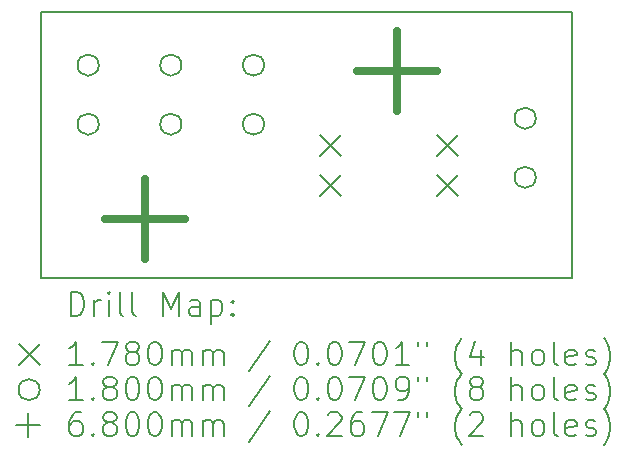
<source format=gbr>
%TF.GenerationSoftware,KiCad,Pcbnew,8.0.5*%
%TF.CreationDate,2024-12-04T12:46:02-05:00*%
%TF.ProjectId,RailsidePDB,5261696c-7369-4646-9550-44422e6b6963,rev?*%
%TF.SameCoordinates,Original*%
%TF.FileFunction,Drillmap*%
%TF.FilePolarity,Positive*%
%FSLAX45Y45*%
G04 Gerber Fmt 4.5, Leading zero omitted, Abs format (unit mm)*
G04 Created by KiCad (PCBNEW 8.0.5) date 2024-12-04 12:46:02*
%MOMM*%
%LPD*%
G01*
G04 APERTURE LIST*
%ADD10C,0.200000*%
%ADD11C,0.178000*%
%ADD12C,0.180000*%
%ADD13C,0.680000*%
G04 APERTURE END LIST*
D10*
X6750000Y-6200000D02*
X11250000Y-6200000D01*
X11250000Y-8450000D01*
X6750000Y-8450000D01*
X6750000Y-6200000D01*
D11*
X9115000Y-7241000D02*
X9293000Y-7419000D01*
X9293000Y-7241000D02*
X9115000Y-7419000D01*
X9115000Y-7581000D02*
X9293000Y-7759000D01*
X9293000Y-7581000D02*
X9115000Y-7759000D01*
X10107000Y-7241000D02*
X10285000Y-7419000D01*
X10285000Y-7241000D02*
X10107000Y-7419000D01*
X10107000Y-7581000D02*
X10285000Y-7759000D01*
X10285000Y-7581000D02*
X10107000Y-7759000D01*
D12*
X7240000Y-6650000D02*
G75*
G02*
X7060000Y-6650000I-90000J0D01*
G01*
X7060000Y-6650000D02*
G75*
G02*
X7240000Y-6650000I90000J0D01*
G01*
X7240000Y-7150000D02*
G75*
G02*
X7060000Y-7150000I-90000J0D01*
G01*
X7060000Y-7150000D02*
G75*
G02*
X7240000Y-7150000I90000J0D01*
G01*
X7940000Y-6650000D02*
G75*
G02*
X7760000Y-6650000I-90000J0D01*
G01*
X7760000Y-6650000D02*
G75*
G02*
X7940000Y-6650000I90000J0D01*
G01*
X7940000Y-7150000D02*
G75*
G02*
X7760000Y-7150000I-90000J0D01*
G01*
X7760000Y-7150000D02*
G75*
G02*
X7940000Y-7150000I90000J0D01*
G01*
X8640000Y-6650000D02*
G75*
G02*
X8460000Y-6650000I-90000J0D01*
G01*
X8460000Y-6650000D02*
G75*
G02*
X8640000Y-6650000I90000J0D01*
G01*
X8640000Y-7150000D02*
G75*
G02*
X8460000Y-7150000I-90000J0D01*
G01*
X8460000Y-7150000D02*
G75*
G02*
X8640000Y-7150000I90000J0D01*
G01*
X10940000Y-7100000D02*
G75*
G02*
X10760000Y-7100000I-90000J0D01*
G01*
X10760000Y-7100000D02*
G75*
G02*
X10940000Y-7100000I90000J0D01*
G01*
X10940000Y-7600000D02*
G75*
G02*
X10760000Y-7600000I-90000J0D01*
G01*
X10760000Y-7600000D02*
G75*
G02*
X10940000Y-7600000I90000J0D01*
G01*
D13*
X7634000Y-7610000D02*
X7634000Y-8290000D01*
X7294000Y-7950000D02*
X7974000Y-7950000D01*
X9764000Y-6360000D02*
X9764000Y-7040000D01*
X9424000Y-6700000D02*
X10104000Y-6700000D01*
D10*
X7000777Y-8771484D02*
X7000777Y-8571484D01*
X7000777Y-8571484D02*
X7048396Y-8571484D01*
X7048396Y-8571484D02*
X7076967Y-8581008D01*
X7076967Y-8581008D02*
X7096015Y-8600055D01*
X7096015Y-8600055D02*
X7105539Y-8619103D01*
X7105539Y-8619103D02*
X7115062Y-8657198D01*
X7115062Y-8657198D02*
X7115062Y-8685770D01*
X7115062Y-8685770D02*
X7105539Y-8723865D01*
X7105539Y-8723865D02*
X7096015Y-8742912D01*
X7096015Y-8742912D02*
X7076967Y-8761960D01*
X7076967Y-8761960D02*
X7048396Y-8771484D01*
X7048396Y-8771484D02*
X7000777Y-8771484D01*
X7200777Y-8771484D02*
X7200777Y-8638150D01*
X7200777Y-8676246D02*
X7210301Y-8657198D01*
X7210301Y-8657198D02*
X7219824Y-8647674D01*
X7219824Y-8647674D02*
X7238872Y-8638150D01*
X7238872Y-8638150D02*
X7257920Y-8638150D01*
X7324586Y-8771484D02*
X7324586Y-8638150D01*
X7324586Y-8571484D02*
X7315062Y-8581008D01*
X7315062Y-8581008D02*
X7324586Y-8590531D01*
X7324586Y-8590531D02*
X7334110Y-8581008D01*
X7334110Y-8581008D02*
X7324586Y-8571484D01*
X7324586Y-8571484D02*
X7324586Y-8590531D01*
X7448396Y-8771484D02*
X7429348Y-8761960D01*
X7429348Y-8761960D02*
X7419824Y-8742912D01*
X7419824Y-8742912D02*
X7419824Y-8571484D01*
X7553158Y-8771484D02*
X7534110Y-8761960D01*
X7534110Y-8761960D02*
X7524586Y-8742912D01*
X7524586Y-8742912D02*
X7524586Y-8571484D01*
X7781729Y-8771484D02*
X7781729Y-8571484D01*
X7781729Y-8571484D02*
X7848396Y-8714341D01*
X7848396Y-8714341D02*
X7915062Y-8571484D01*
X7915062Y-8571484D02*
X7915062Y-8771484D01*
X8096015Y-8771484D02*
X8096015Y-8666722D01*
X8096015Y-8666722D02*
X8086491Y-8647674D01*
X8086491Y-8647674D02*
X8067443Y-8638150D01*
X8067443Y-8638150D02*
X8029348Y-8638150D01*
X8029348Y-8638150D02*
X8010301Y-8647674D01*
X8096015Y-8761960D02*
X8076967Y-8771484D01*
X8076967Y-8771484D02*
X8029348Y-8771484D01*
X8029348Y-8771484D02*
X8010301Y-8761960D01*
X8010301Y-8761960D02*
X8000777Y-8742912D01*
X8000777Y-8742912D02*
X8000777Y-8723865D01*
X8000777Y-8723865D02*
X8010301Y-8704817D01*
X8010301Y-8704817D02*
X8029348Y-8695293D01*
X8029348Y-8695293D02*
X8076967Y-8695293D01*
X8076967Y-8695293D02*
X8096015Y-8685770D01*
X8191253Y-8638150D02*
X8191253Y-8838150D01*
X8191253Y-8647674D02*
X8210301Y-8638150D01*
X8210301Y-8638150D02*
X8248396Y-8638150D01*
X8248396Y-8638150D02*
X8267443Y-8647674D01*
X8267443Y-8647674D02*
X8276967Y-8657198D01*
X8276967Y-8657198D02*
X8286491Y-8676246D01*
X8286491Y-8676246D02*
X8286491Y-8733389D01*
X8286491Y-8733389D02*
X8276967Y-8752436D01*
X8276967Y-8752436D02*
X8267443Y-8761960D01*
X8267443Y-8761960D02*
X8248396Y-8771484D01*
X8248396Y-8771484D02*
X8210301Y-8771484D01*
X8210301Y-8771484D02*
X8191253Y-8761960D01*
X8372205Y-8752436D02*
X8381729Y-8761960D01*
X8381729Y-8761960D02*
X8372205Y-8771484D01*
X8372205Y-8771484D02*
X8362682Y-8761960D01*
X8362682Y-8761960D02*
X8372205Y-8752436D01*
X8372205Y-8752436D02*
X8372205Y-8771484D01*
X8372205Y-8647674D02*
X8381729Y-8657198D01*
X8381729Y-8657198D02*
X8372205Y-8666722D01*
X8372205Y-8666722D02*
X8362682Y-8657198D01*
X8362682Y-8657198D02*
X8372205Y-8647674D01*
X8372205Y-8647674D02*
X8372205Y-8666722D01*
D11*
X6562000Y-9011000D02*
X6740000Y-9189000D01*
X6740000Y-9011000D02*
X6562000Y-9189000D01*
D10*
X7105539Y-9191484D02*
X6991253Y-9191484D01*
X7048396Y-9191484D02*
X7048396Y-8991484D01*
X7048396Y-8991484D02*
X7029348Y-9020055D01*
X7029348Y-9020055D02*
X7010301Y-9039103D01*
X7010301Y-9039103D02*
X6991253Y-9048627D01*
X7191253Y-9172436D02*
X7200777Y-9181960D01*
X7200777Y-9181960D02*
X7191253Y-9191484D01*
X7191253Y-9191484D02*
X7181729Y-9181960D01*
X7181729Y-9181960D02*
X7191253Y-9172436D01*
X7191253Y-9172436D02*
X7191253Y-9191484D01*
X7267443Y-8991484D02*
X7400777Y-8991484D01*
X7400777Y-8991484D02*
X7315062Y-9191484D01*
X7505539Y-9077198D02*
X7486491Y-9067674D01*
X7486491Y-9067674D02*
X7476967Y-9058150D01*
X7476967Y-9058150D02*
X7467443Y-9039103D01*
X7467443Y-9039103D02*
X7467443Y-9029579D01*
X7467443Y-9029579D02*
X7476967Y-9010531D01*
X7476967Y-9010531D02*
X7486491Y-9001008D01*
X7486491Y-9001008D02*
X7505539Y-8991484D01*
X7505539Y-8991484D02*
X7543634Y-8991484D01*
X7543634Y-8991484D02*
X7562682Y-9001008D01*
X7562682Y-9001008D02*
X7572205Y-9010531D01*
X7572205Y-9010531D02*
X7581729Y-9029579D01*
X7581729Y-9029579D02*
X7581729Y-9039103D01*
X7581729Y-9039103D02*
X7572205Y-9058150D01*
X7572205Y-9058150D02*
X7562682Y-9067674D01*
X7562682Y-9067674D02*
X7543634Y-9077198D01*
X7543634Y-9077198D02*
X7505539Y-9077198D01*
X7505539Y-9077198D02*
X7486491Y-9086722D01*
X7486491Y-9086722D02*
X7476967Y-9096246D01*
X7476967Y-9096246D02*
X7467443Y-9115293D01*
X7467443Y-9115293D02*
X7467443Y-9153389D01*
X7467443Y-9153389D02*
X7476967Y-9172436D01*
X7476967Y-9172436D02*
X7486491Y-9181960D01*
X7486491Y-9181960D02*
X7505539Y-9191484D01*
X7505539Y-9191484D02*
X7543634Y-9191484D01*
X7543634Y-9191484D02*
X7562682Y-9181960D01*
X7562682Y-9181960D02*
X7572205Y-9172436D01*
X7572205Y-9172436D02*
X7581729Y-9153389D01*
X7581729Y-9153389D02*
X7581729Y-9115293D01*
X7581729Y-9115293D02*
X7572205Y-9096246D01*
X7572205Y-9096246D02*
X7562682Y-9086722D01*
X7562682Y-9086722D02*
X7543634Y-9077198D01*
X7705539Y-8991484D02*
X7724586Y-8991484D01*
X7724586Y-8991484D02*
X7743634Y-9001008D01*
X7743634Y-9001008D02*
X7753158Y-9010531D01*
X7753158Y-9010531D02*
X7762682Y-9029579D01*
X7762682Y-9029579D02*
X7772205Y-9067674D01*
X7772205Y-9067674D02*
X7772205Y-9115293D01*
X7772205Y-9115293D02*
X7762682Y-9153389D01*
X7762682Y-9153389D02*
X7753158Y-9172436D01*
X7753158Y-9172436D02*
X7743634Y-9181960D01*
X7743634Y-9181960D02*
X7724586Y-9191484D01*
X7724586Y-9191484D02*
X7705539Y-9191484D01*
X7705539Y-9191484D02*
X7686491Y-9181960D01*
X7686491Y-9181960D02*
X7676967Y-9172436D01*
X7676967Y-9172436D02*
X7667443Y-9153389D01*
X7667443Y-9153389D02*
X7657920Y-9115293D01*
X7657920Y-9115293D02*
X7657920Y-9067674D01*
X7657920Y-9067674D02*
X7667443Y-9029579D01*
X7667443Y-9029579D02*
X7676967Y-9010531D01*
X7676967Y-9010531D02*
X7686491Y-9001008D01*
X7686491Y-9001008D02*
X7705539Y-8991484D01*
X7857920Y-9191484D02*
X7857920Y-9058150D01*
X7857920Y-9077198D02*
X7867443Y-9067674D01*
X7867443Y-9067674D02*
X7886491Y-9058150D01*
X7886491Y-9058150D02*
X7915063Y-9058150D01*
X7915063Y-9058150D02*
X7934110Y-9067674D01*
X7934110Y-9067674D02*
X7943634Y-9086722D01*
X7943634Y-9086722D02*
X7943634Y-9191484D01*
X7943634Y-9086722D02*
X7953158Y-9067674D01*
X7953158Y-9067674D02*
X7972205Y-9058150D01*
X7972205Y-9058150D02*
X8000777Y-9058150D01*
X8000777Y-9058150D02*
X8019824Y-9067674D01*
X8019824Y-9067674D02*
X8029348Y-9086722D01*
X8029348Y-9086722D02*
X8029348Y-9191484D01*
X8124586Y-9191484D02*
X8124586Y-9058150D01*
X8124586Y-9077198D02*
X8134110Y-9067674D01*
X8134110Y-9067674D02*
X8153158Y-9058150D01*
X8153158Y-9058150D02*
X8181729Y-9058150D01*
X8181729Y-9058150D02*
X8200777Y-9067674D01*
X8200777Y-9067674D02*
X8210301Y-9086722D01*
X8210301Y-9086722D02*
X8210301Y-9191484D01*
X8210301Y-9086722D02*
X8219824Y-9067674D01*
X8219824Y-9067674D02*
X8238872Y-9058150D01*
X8238872Y-9058150D02*
X8267443Y-9058150D01*
X8267443Y-9058150D02*
X8286491Y-9067674D01*
X8286491Y-9067674D02*
X8296015Y-9086722D01*
X8296015Y-9086722D02*
X8296015Y-9191484D01*
X8686491Y-8981960D02*
X8515063Y-9239103D01*
X8943634Y-8991484D02*
X8962682Y-8991484D01*
X8962682Y-8991484D02*
X8981729Y-9001008D01*
X8981729Y-9001008D02*
X8991253Y-9010531D01*
X8991253Y-9010531D02*
X9000777Y-9029579D01*
X9000777Y-9029579D02*
X9010301Y-9067674D01*
X9010301Y-9067674D02*
X9010301Y-9115293D01*
X9010301Y-9115293D02*
X9000777Y-9153389D01*
X9000777Y-9153389D02*
X8991253Y-9172436D01*
X8991253Y-9172436D02*
X8981729Y-9181960D01*
X8981729Y-9181960D02*
X8962682Y-9191484D01*
X8962682Y-9191484D02*
X8943634Y-9191484D01*
X8943634Y-9191484D02*
X8924587Y-9181960D01*
X8924587Y-9181960D02*
X8915063Y-9172436D01*
X8915063Y-9172436D02*
X8905539Y-9153389D01*
X8905539Y-9153389D02*
X8896015Y-9115293D01*
X8896015Y-9115293D02*
X8896015Y-9067674D01*
X8896015Y-9067674D02*
X8905539Y-9029579D01*
X8905539Y-9029579D02*
X8915063Y-9010531D01*
X8915063Y-9010531D02*
X8924587Y-9001008D01*
X8924587Y-9001008D02*
X8943634Y-8991484D01*
X9096015Y-9172436D02*
X9105539Y-9181960D01*
X9105539Y-9181960D02*
X9096015Y-9191484D01*
X9096015Y-9191484D02*
X9086491Y-9181960D01*
X9086491Y-9181960D02*
X9096015Y-9172436D01*
X9096015Y-9172436D02*
X9096015Y-9191484D01*
X9229348Y-8991484D02*
X9248396Y-8991484D01*
X9248396Y-8991484D02*
X9267444Y-9001008D01*
X9267444Y-9001008D02*
X9276968Y-9010531D01*
X9276968Y-9010531D02*
X9286491Y-9029579D01*
X9286491Y-9029579D02*
X9296015Y-9067674D01*
X9296015Y-9067674D02*
X9296015Y-9115293D01*
X9296015Y-9115293D02*
X9286491Y-9153389D01*
X9286491Y-9153389D02*
X9276968Y-9172436D01*
X9276968Y-9172436D02*
X9267444Y-9181960D01*
X9267444Y-9181960D02*
X9248396Y-9191484D01*
X9248396Y-9191484D02*
X9229348Y-9191484D01*
X9229348Y-9191484D02*
X9210301Y-9181960D01*
X9210301Y-9181960D02*
X9200777Y-9172436D01*
X9200777Y-9172436D02*
X9191253Y-9153389D01*
X9191253Y-9153389D02*
X9181729Y-9115293D01*
X9181729Y-9115293D02*
X9181729Y-9067674D01*
X9181729Y-9067674D02*
X9191253Y-9029579D01*
X9191253Y-9029579D02*
X9200777Y-9010531D01*
X9200777Y-9010531D02*
X9210301Y-9001008D01*
X9210301Y-9001008D02*
X9229348Y-8991484D01*
X9362682Y-8991484D02*
X9496015Y-8991484D01*
X9496015Y-8991484D02*
X9410301Y-9191484D01*
X9610301Y-8991484D02*
X9629349Y-8991484D01*
X9629349Y-8991484D02*
X9648396Y-9001008D01*
X9648396Y-9001008D02*
X9657920Y-9010531D01*
X9657920Y-9010531D02*
X9667444Y-9029579D01*
X9667444Y-9029579D02*
X9676968Y-9067674D01*
X9676968Y-9067674D02*
X9676968Y-9115293D01*
X9676968Y-9115293D02*
X9667444Y-9153389D01*
X9667444Y-9153389D02*
X9657920Y-9172436D01*
X9657920Y-9172436D02*
X9648396Y-9181960D01*
X9648396Y-9181960D02*
X9629349Y-9191484D01*
X9629349Y-9191484D02*
X9610301Y-9191484D01*
X9610301Y-9191484D02*
X9591253Y-9181960D01*
X9591253Y-9181960D02*
X9581729Y-9172436D01*
X9581729Y-9172436D02*
X9572206Y-9153389D01*
X9572206Y-9153389D02*
X9562682Y-9115293D01*
X9562682Y-9115293D02*
X9562682Y-9067674D01*
X9562682Y-9067674D02*
X9572206Y-9029579D01*
X9572206Y-9029579D02*
X9581729Y-9010531D01*
X9581729Y-9010531D02*
X9591253Y-9001008D01*
X9591253Y-9001008D02*
X9610301Y-8991484D01*
X9867444Y-9191484D02*
X9753158Y-9191484D01*
X9810301Y-9191484D02*
X9810301Y-8991484D01*
X9810301Y-8991484D02*
X9791253Y-9020055D01*
X9791253Y-9020055D02*
X9772206Y-9039103D01*
X9772206Y-9039103D02*
X9753158Y-9048627D01*
X9943634Y-8991484D02*
X9943634Y-9029579D01*
X10019825Y-8991484D02*
X10019825Y-9029579D01*
X10315063Y-9267674D02*
X10305539Y-9258150D01*
X10305539Y-9258150D02*
X10286491Y-9229579D01*
X10286491Y-9229579D02*
X10276968Y-9210531D01*
X10276968Y-9210531D02*
X10267444Y-9181960D01*
X10267444Y-9181960D02*
X10257920Y-9134341D01*
X10257920Y-9134341D02*
X10257920Y-9096246D01*
X10257920Y-9096246D02*
X10267444Y-9048627D01*
X10267444Y-9048627D02*
X10276968Y-9020055D01*
X10276968Y-9020055D02*
X10286491Y-9001008D01*
X10286491Y-9001008D02*
X10305539Y-8972436D01*
X10305539Y-8972436D02*
X10315063Y-8962912D01*
X10476968Y-9058150D02*
X10476968Y-9191484D01*
X10429349Y-8981960D02*
X10381730Y-9124817D01*
X10381730Y-9124817D02*
X10505539Y-9124817D01*
X10734111Y-9191484D02*
X10734111Y-8991484D01*
X10819825Y-9191484D02*
X10819825Y-9086722D01*
X10819825Y-9086722D02*
X10810301Y-9067674D01*
X10810301Y-9067674D02*
X10791253Y-9058150D01*
X10791253Y-9058150D02*
X10762682Y-9058150D01*
X10762682Y-9058150D02*
X10743634Y-9067674D01*
X10743634Y-9067674D02*
X10734111Y-9077198D01*
X10943634Y-9191484D02*
X10924587Y-9181960D01*
X10924587Y-9181960D02*
X10915063Y-9172436D01*
X10915063Y-9172436D02*
X10905539Y-9153389D01*
X10905539Y-9153389D02*
X10905539Y-9096246D01*
X10905539Y-9096246D02*
X10915063Y-9077198D01*
X10915063Y-9077198D02*
X10924587Y-9067674D01*
X10924587Y-9067674D02*
X10943634Y-9058150D01*
X10943634Y-9058150D02*
X10972206Y-9058150D01*
X10972206Y-9058150D02*
X10991253Y-9067674D01*
X10991253Y-9067674D02*
X11000777Y-9077198D01*
X11000777Y-9077198D02*
X11010301Y-9096246D01*
X11010301Y-9096246D02*
X11010301Y-9153389D01*
X11010301Y-9153389D02*
X11000777Y-9172436D01*
X11000777Y-9172436D02*
X10991253Y-9181960D01*
X10991253Y-9181960D02*
X10972206Y-9191484D01*
X10972206Y-9191484D02*
X10943634Y-9191484D01*
X11124587Y-9191484D02*
X11105539Y-9181960D01*
X11105539Y-9181960D02*
X11096015Y-9162912D01*
X11096015Y-9162912D02*
X11096015Y-8991484D01*
X11276968Y-9181960D02*
X11257920Y-9191484D01*
X11257920Y-9191484D02*
X11219825Y-9191484D01*
X11219825Y-9191484D02*
X11200777Y-9181960D01*
X11200777Y-9181960D02*
X11191253Y-9162912D01*
X11191253Y-9162912D02*
X11191253Y-9086722D01*
X11191253Y-9086722D02*
X11200777Y-9067674D01*
X11200777Y-9067674D02*
X11219825Y-9058150D01*
X11219825Y-9058150D02*
X11257920Y-9058150D01*
X11257920Y-9058150D02*
X11276968Y-9067674D01*
X11276968Y-9067674D02*
X11286491Y-9086722D01*
X11286491Y-9086722D02*
X11286491Y-9105770D01*
X11286491Y-9105770D02*
X11191253Y-9124817D01*
X11362682Y-9181960D02*
X11381730Y-9191484D01*
X11381730Y-9191484D02*
X11419825Y-9191484D01*
X11419825Y-9191484D02*
X11438872Y-9181960D01*
X11438872Y-9181960D02*
X11448396Y-9162912D01*
X11448396Y-9162912D02*
X11448396Y-9153389D01*
X11448396Y-9153389D02*
X11438872Y-9134341D01*
X11438872Y-9134341D02*
X11419825Y-9124817D01*
X11419825Y-9124817D02*
X11391253Y-9124817D01*
X11391253Y-9124817D02*
X11372206Y-9115293D01*
X11372206Y-9115293D02*
X11362682Y-9096246D01*
X11362682Y-9096246D02*
X11362682Y-9086722D01*
X11362682Y-9086722D02*
X11372206Y-9067674D01*
X11372206Y-9067674D02*
X11391253Y-9058150D01*
X11391253Y-9058150D02*
X11419825Y-9058150D01*
X11419825Y-9058150D02*
X11438872Y-9067674D01*
X11515063Y-9267674D02*
X11524587Y-9258150D01*
X11524587Y-9258150D02*
X11543634Y-9229579D01*
X11543634Y-9229579D02*
X11553158Y-9210531D01*
X11553158Y-9210531D02*
X11562682Y-9181960D01*
X11562682Y-9181960D02*
X11572206Y-9134341D01*
X11572206Y-9134341D02*
X11572206Y-9096246D01*
X11572206Y-9096246D02*
X11562682Y-9048627D01*
X11562682Y-9048627D02*
X11553158Y-9020055D01*
X11553158Y-9020055D02*
X11543634Y-9001008D01*
X11543634Y-9001008D02*
X11524587Y-8972436D01*
X11524587Y-8972436D02*
X11515063Y-8962912D01*
D12*
X6740000Y-9398000D02*
G75*
G02*
X6560000Y-9398000I-90000J0D01*
G01*
X6560000Y-9398000D02*
G75*
G02*
X6740000Y-9398000I90000J0D01*
G01*
D10*
X7105539Y-9489484D02*
X6991253Y-9489484D01*
X7048396Y-9489484D02*
X7048396Y-9289484D01*
X7048396Y-9289484D02*
X7029348Y-9318055D01*
X7029348Y-9318055D02*
X7010301Y-9337103D01*
X7010301Y-9337103D02*
X6991253Y-9346627D01*
X7191253Y-9470436D02*
X7200777Y-9479960D01*
X7200777Y-9479960D02*
X7191253Y-9489484D01*
X7191253Y-9489484D02*
X7181729Y-9479960D01*
X7181729Y-9479960D02*
X7191253Y-9470436D01*
X7191253Y-9470436D02*
X7191253Y-9489484D01*
X7315062Y-9375198D02*
X7296015Y-9365674D01*
X7296015Y-9365674D02*
X7286491Y-9356150D01*
X7286491Y-9356150D02*
X7276967Y-9337103D01*
X7276967Y-9337103D02*
X7276967Y-9327579D01*
X7276967Y-9327579D02*
X7286491Y-9308531D01*
X7286491Y-9308531D02*
X7296015Y-9299008D01*
X7296015Y-9299008D02*
X7315062Y-9289484D01*
X7315062Y-9289484D02*
X7353158Y-9289484D01*
X7353158Y-9289484D02*
X7372205Y-9299008D01*
X7372205Y-9299008D02*
X7381729Y-9308531D01*
X7381729Y-9308531D02*
X7391253Y-9327579D01*
X7391253Y-9327579D02*
X7391253Y-9337103D01*
X7391253Y-9337103D02*
X7381729Y-9356150D01*
X7381729Y-9356150D02*
X7372205Y-9365674D01*
X7372205Y-9365674D02*
X7353158Y-9375198D01*
X7353158Y-9375198D02*
X7315062Y-9375198D01*
X7315062Y-9375198D02*
X7296015Y-9384722D01*
X7296015Y-9384722D02*
X7286491Y-9394246D01*
X7286491Y-9394246D02*
X7276967Y-9413293D01*
X7276967Y-9413293D02*
X7276967Y-9451389D01*
X7276967Y-9451389D02*
X7286491Y-9470436D01*
X7286491Y-9470436D02*
X7296015Y-9479960D01*
X7296015Y-9479960D02*
X7315062Y-9489484D01*
X7315062Y-9489484D02*
X7353158Y-9489484D01*
X7353158Y-9489484D02*
X7372205Y-9479960D01*
X7372205Y-9479960D02*
X7381729Y-9470436D01*
X7381729Y-9470436D02*
X7391253Y-9451389D01*
X7391253Y-9451389D02*
X7391253Y-9413293D01*
X7391253Y-9413293D02*
X7381729Y-9394246D01*
X7381729Y-9394246D02*
X7372205Y-9384722D01*
X7372205Y-9384722D02*
X7353158Y-9375198D01*
X7515062Y-9289484D02*
X7534110Y-9289484D01*
X7534110Y-9289484D02*
X7553158Y-9299008D01*
X7553158Y-9299008D02*
X7562682Y-9308531D01*
X7562682Y-9308531D02*
X7572205Y-9327579D01*
X7572205Y-9327579D02*
X7581729Y-9365674D01*
X7581729Y-9365674D02*
X7581729Y-9413293D01*
X7581729Y-9413293D02*
X7572205Y-9451389D01*
X7572205Y-9451389D02*
X7562682Y-9470436D01*
X7562682Y-9470436D02*
X7553158Y-9479960D01*
X7553158Y-9479960D02*
X7534110Y-9489484D01*
X7534110Y-9489484D02*
X7515062Y-9489484D01*
X7515062Y-9489484D02*
X7496015Y-9479960D01*
X7496015Y-9479960D02*
X7486491Y-9470436D01*
X7486491Y-9470436D02*
X7476967Y-9451389D01*
X7476967Y-9451389D02*
X7467443Y-9413293D01*
X7467443Y-9413293D02*
X7467443Y-9365674D01*
X7467443Y-9365674D02*
X7476967Y-9327579D01*
X7476967Y-9327579D02*
X7486491Y-9308531D01*
X7486491Y-9308531D02*
X7496015Y-9299008D01*
X7496015Y-9299008D02*
X7515062Y-9289484D01*
X7705539Y-9289484D02*
X7724586Y-9289484D01*
X7724586Y-9289484D02*
X7743634Y-9299008D01*
X7743634Y-9299008D02*
X7753158Y-9308531D01*
X7753158Y-9308531D02*
X7762682Y-9327579D01*
X7762682Y-9327579D02*
X7772205Y-9365674D01*
X7772205Y-9365674D02*
X7772205Y-9413293D01*
X7772205Y-9413293D02*
X7762682Y-9451389D01*
X7762682Y-9451389D02*
X7753158Y-9470436D01*
X7753158Y-9470436D02*
X7743634Y-9479960D01*
X7743634Y-9479960D02*
X7724586Y-9489484D01*
X7724586Y-9489484D02*
X7705539Y-9489484D01*
X7705539Y-9489484D02*
X7686491Y-9479960D01*
X7686491Y-9479960D02*
X7676967Y-9470436D01*
X7676967Y-9470436D02*
X7667443Y-9451389D01*
X7667443Y-9451389D02*
X7657920Y-9413293D01*
X7657920Y-9413293D02*
X7657920Y-9365674D01*
X7657920Y-9365674D02*
X7667443Y-9327579D01*
X7667443Y-9327579D02*
X7676967Y-9308531D01*
X7676967Y-9308531D02*
X7686491Y-9299008D01*
X7686491Y-9299008D02*
X7705539Y-9289484D01*
X7857920Y-9489484D02*
X7857920Y-9356150D01*
X7857920Y-9375198D02*
X7867443Y-9365674D01*
X7867443Y-9365674D02*
X7886491Y-9356150D01*
X7886491Y-9356150D02*
X7915063Y-9356150D01*
X7915063Y-9356150D02*
X7934110Y-9365674D01*
X7934110Y-9365674D02*
X7943634Y-9384722D01*
X7943634Y-9384722D02*
X7943634Y-9489484D01*
X7943634Y-9384722D02*
X7953158Y-9365674D01*
X7953158Y-9365674D02*
X7972205Y-9356150D01*
X7972205Y-9356150D02*
X8000777Y-9356150D01*
X8000777Y-9356150D02*
X8019824Y-9365674D01*
X8019824Y-9365674D02*
X8029348Y-9384722D01*
X8029348Y-9384722D02*
X8029348Y-9489484D01*
X8124586Y-9489484D02*
X8124586Y-9356150D01*
X8124586Y-9375198D02*
X8134110Y-9365674D01*
X8134110Y-9365674D02*
X8153158Y-9356150D01*
X8153158Y-9356150D02*
X8181729Y-9356150D01*
X8181729Y-9356150D02*
X8200777Y-9365674D01*
X8200777Y-9365674D02*
X8210301Y-9384722D01*
X8210301Y-9384722D02*
X8210301Y-9489484D01*
X8210301Y-9384722D02*
X8219824Y-9365674D01*
X8219824Y-9365674D02*
X8238872Y-9356150D01*
X8238872Y-9356150D02*
X8267443Y-9356150D01*
X8267443Y-9356150D02*
X8286491Y-9365674D01*
X8286491Y-9365674D02*
X8296015Y-9384722D01*
X8296015Y-9384722D02*
X8296015Y-9489484D01*
X8686491Y-9279960D02*
X8515063Y-9537103D01*
X8943634Y-9289484D02*
X8962682Y-9289484D01*
X8962682Y-9289484D02*
X8981729Y-9299008D01*
X8981729Y-9299008D02*
X8991253Y-9308531D01*
X8991253Y-9308531D02*
X9000777Y-9327579D01*
X9000777Y-9327579D02*
X9010301Y-9365674D01*
X9010301Y-9365674D02*
X9010301Y-9413293D01*
X9010301Y-9413293D02*
X9000777Y-9451389D01*
X9000777Y-9451389D02*
X8991253Y-9470436D01*
X8991253Y-9470436D02*
X8981729Y-9479960D01*
X8981729Y-9479960D02*
X8962682Y-9489484D01*
X8962682Y-9489484D02*
X8943634Y-9489484D01*
X8943634Y-9489484D02*
X8924587Y-9479960D01*
X8924587Y-9479960D02*
X8915063Y-9470436D01*
X8915063Y-9470436D02*
X8905539Y-9451389D01*
X8905539Y-9451389D02*
X8896015Y-9413293D01*
X8896015Y-9413293D02*
X8896015Y-9365674D01*
X8896015Y-9365674D02*
X8905539Y-9327579D01*
X8905539Y-9327579D02*
X8915063Y-9308531D01*
X8915063Y-9308531D02*
X8924587Y-9299008D01*
X8924587Y-9299008D02*
X8943634Y-9289484D01*
X9096015Y-9470436D02*
X9105539Y-9479960D01*
X9105539Y-9479960D02*
X9096015Y-9489484D01*
X9096015Y-9489484D02*
X9086491Y-9479960D01*
X9086491Y-9479960D02*
X9096015Y-9470436D01*
X9096015Y-9470436D02*
X9096015Y-9489484D01*
X9229348Y-9289484D02*
X9248396Y-9289484D01*
X9248396Y-9289484D02*
X9267444Y-9299008D01*
X9267444Y-9299008D02*
X9276968Y-9308531D01*
X9276968Y-9308531D02*
X9286491Y-9327579D01*
X9286491Y-9327579D02*
X9296015Y-9365674D01*
X9296015Y-9365674D02*
X9296015Y-9413293D01*
X9296015Y-9413293D02*
X9286491Y-9451389D01*
X9286491Y-9451389D02*
X9276968Y-9470436D01*
X9276968Y-9470436D02*
X9267444Y-9479960D01*
X9267444Y-9479960D02*
X9248396Y-9489484D01*
X9248396Y-9489484D02*
X9229348Y-9489484D01*
X9229348Y-9489484D02*
X9210301Y-9479960D01*
X9210301Y-9479960D02*
X9200777Y-9470436D01*
X9200777Y-9470436D02*
X9191253Y-9451389D01*
X9191253Y-9451389D02*
X9181729Y-9413293D01*
X9181729Y-9413293D02*
X9181729Y-9365674D01*
X9181729Y-9365674D02*
X9191253Y-9327579D01*
X9191253Y-9327579D02*
X9200777Y-9308531D01*
X9200777Y-9308531D02*
X9210301Y-9299008D01*
X9210301Y-9299008D02*
X9229348Y-9289484D01*
X9362682Y-9289484D02*
X9496015Y-9289484D01*
X9496015Y-9289484D02*
X9410301Y-9489484D01*
X9610301Y-9289484D02*
X9629349Y-9289484D01*
X9629349Y-9289484D02*
X9648396Y-9299008D01*
X9648396Y-9299008D02*
X9657920Y-9308531D01*
X9657920Y-9308531D02*
X9667444Y-9327579D01*
X9667444Y-9327579D02*
X9676968Y-9365674D01*
X9676968Y-9365674D02*
X9676968Y-9413293D01*
X9676968Y-9413293D02*
X9667444Y-9451389D01*
X9667444Y-9451389D02*
X9657920Y-9470436D01*
X9657920Y-9470436D02*
X9648396Y-9479960D01*
X9648396Y-9479960D02*
X9629349Y-9489484D01*
X9629349Y-9489484D02*
X9610301Y-9489484D01*
X9610301Y-9489484D02*
X9591253Y-9479960D01*
X9591253Y-9479960D02*
X9581729Y-9470436D01*
X9581729Y-9470436D02*
X9572206Y-9451389D01*
X9572206Y-9451389D02*
X9562682Y-9413293D01*
X9562682Y-9413293D02*
X9562682Y-9365674D01*
X9562682Y-9365674D02*
X9572206Y-9327579D01*
X9572206Y-9327579D02*
X9581729Y-9308531D01*
X9581729Y-9308531D02*
X9591253Y-9299008D01*
X9591253Y-9299008D02*
X9610301Y-9289484D01*
X9772206Y-9489484D02*
X9810301Y-9489484D01*
X9810301Y-9489484D02*
X9829349Y-9479960D01*
X9829349Y-9479960D02*
X9838872Y-9470436D01*
X9838872Y-9470436D02*
X9857920Y-9441865D01*
X9857920Y-9441865D02*
X9867444Y-9403770D01*
X9867444Y-9403770D02*
X9867444Y-9327579D01*
X9867444Y-9327579D02*
X9857920Y-9308531D01*
X9857920Y-9308531D02*
X9848396Y-9299008D01*
X9848396Y-9299008D02*
X9829349Y-9289484D01*
X9829349Y-9289484D02*
X9791253Y-9289484D01*
X9791253Y-9289484D02*
X9772206Y-9299008D01*
X9772206Y-9299008D02*
X9762682Y-9308531D01*
X9762682Y-9308531D02*
X9753158Y-9327579D01*
X9753158Y-9327579D02*
X9753158Y-9375198D01*
X9753158Y-9375198D02*
X9762682Y-9394246D01*
X9762682Y-9394246D02*
X9772206Y-9403770D01*
X9772206Y-9403770D02*
X9791253Y-9413293D01*
X9791253Y-9413293D02*
X9829349Y-9413293D01*
X9829349Y-9413293D02*
X9848396Y-9403770D01*
X9848396Y-9403770D02*
X9857920Y-9394246D01*
X9857920Y-9394246D02*
X9867444Y-9375198D01*
X9943634Y-9289484D02*
X9943634Y-9327579D01*
X10019825Y-9289484D02*
X10019825Y-9327579D01*
X10315063Y-9565674D02*
X10305539Y-9556150D01*
X10305539Y-9556150D02*
X10286491Y-9527579D01*
X10286491Y-9527579D02*
X10276968Y-9508531D01*
X10276968Y-9508531D02*
X10267444Y-9479960D01*
X10267444Y-9479960D02*
X10257920Y-9432341D01*
X10257920Y-9432341D02*
X10257920Y-9394246D01*
X10257920Y-9394246D02*
X10267444Y-9346627D01*
X10267444Y-9346627D02*
X10276968Y-9318055D01*
X10276968Y-9318055D02*
X10286491Y-9299008D01*
X10286491Y-9299008D02*
X10305539Y-9270436D01*
X10305539Y-9270436D02*
X10315063Y-9260912D01*
X10419825Y-9375198D02*
X10400777Y-9365674D01*
X10400777Y-9365674D02*
X10391253Y-9356150D01*
X10391253Y-9356150D02*
X10381730Y-9337103D01*
X10381730Y-9337103D02*
X10381730Y-9327579D01*
X10381730Y-9327579D02*
X10391253Y-9308531D01*
X10391253Y-9308531D02*
X10400777Y-9299008D01*
X10400777Y-9299008D02*
X10419825Y-9289484D01*
X10419825Y-9289484D02*
X10457920Y-9289484D01*
X10457920Y-9289484D02*
X10476968Y-9299008D01*
X10476968Y-9299008D02*
X10486491Y-9308531D01*
X10486491Y-9308531D02*
X10496015Y-9327579D01*
X10496015Y-9327579D02*
X10496015Y-9337103D01*
X10496015Y-9337103D02*
X10486491Y-9356150D01*
X10486491Y-9356150D02*
X10476968Y-9365674D01*
X10476968Y-9365674D02*
X10457920Y-9375198D01*
X10457920Y-9375198D02*
X10419825Y-9375198D01*
X10419825Y-9375198D02*
X10400777Y-9384722D01*
X10400777Y-9384722D02*
X10391253Y-9394246D01*
X10391253Y-9394246D02*
X10381730Y-9413293D01*
X10381730Y-9413293D02*
X10381730Y-9451389D01*
X10381730Y-9451389D02*
X10391253Y-9470436D01*
X10391253Y-9470436D02*
X10400777Y-9479960D01*
X10400777Y-9479960D02*
X10419825Y-9489484D01*
X10419825Y-9489484D02*
X10457920Y-9489484D01*
X10457920Y-9489484D02*
X10476968Y-9479960D01*
X10476968Y-9479960D02*
X10486491Y-9470436D01*
X10486491Y-9470436D02*
X10496015Y-9451389D01*
X10496015Y-9451389D02*
X10496015Y-9413293D01*
X10496015Y-9413293D02*
X10486491Y-9394246D01*
X10486491Y-9394246D02*
X10476968Y-9384722D01*
X10476968Y-9384722D02*
X10457920Y-9375198D01*
X10734111Y-9489484D02*
X10734111Y-9289484D01*
X10819825Y-9489484D02*
X10819825Y-9384722D01*
X10819825Y-9384722D02*
X10810301Y-9365674D01*
X10810301Y-9365674D02*
X10791253Y-9356150D01*
X10791253Y-9356150D02*
X10762682Y-9356150D01*
X10762682Y-9356150D02*
X10743634Y-9365674D01*
X10743634Y-9365674D02*
X10734111Y-9375198D01*
X10943634Y-9489484D02*
X10924587Y-9479960D01*
X10924587Y-9479960D02*
X10915063Y-9470436D01*
X10915063Y-9470436D02*
X10905539Y-9451389D01*
X10905539Y-9451389D02*
X10905539Y-9394246D01*
X10905539Y-9394246D02*
X10915063Y-9375198D01*
X10915063Y-9375198D02*
X10924587Y-9365674D01*
X10924587Y-9365674D02*
X10943634Y-9356150D01*
X10943634Y-9356150D02*
X10972206Y-9356150D01*
X10972206Y-9356150D02*
X10991253Y-9365674D01*
X10991253Y-9365674D02*
X11000777Y-9375198D01*
X11000777Y-9375198D02*
X11010301Y-9394246D01*
X11010301Y-9394246D02*
X11010301Y-9451389D01*
X11010301Y-9451389D02*
X11000777Y-9470436D01*
X11000777Y-9470436D02*
X10991253Y-9479960D01*
X10991253Y-9479960D02*
X10972206Y-9489484D01*
X10972206Y-9489484D02*
X10943634Y-9489484D01*
X11124587Y-9489484D02*
X11105539Y-9479960D01*
X11105539Y-9479960D02*
X11096015Y-9460912D01*
X11096015Y-9460912D02*
X11096015Y-9289484D01*
X11276968Y-9479960D02*
X11257920Y-9489484D01*
X11257920Y-9489484D02*
X11219825Y-9489484D01*
X11219825Y-9489484D02*
X11200777Y-9479960D01*
X11200777Y-9479960D02*
X11191253Y-9460912D01*
X11191253Y-9460912D02*
X11191253Y-9384722D01*
X11191253Y-9384722D02*
X11200777Y-9365674D01*
X11200777Y-9365674D02*
X11219825Y-9356150D01*
X11219825Y-9356150D02*
X11257920Y-9356150D01*
X11257920Y-9356150D02*
X11276968Y-9365674D01*
X11276968Y-9365674D02*
X11286491Y-9384722D01*
X11286491Y-9384722D02*
X11286491Y-9403770D01*
X11286491Y-9403770D02*
X11191253Y-9422817D01*
X11362682Y-9479960D02*
X11381730Y-9489484D01*
X11381730Y-9489484D02*
X11419825Y-9489484D01*
X11419825Y-9489484D02*
X11438872Y-9479960D01*
X11438872Y-9479960D02*
X11448396Y-9460912D01*
X11448396Y-9460912D02*
X11448396Y-9451389D01*
X11448396Y-9451389D02*
X11438872Y-9432341D01*
X11438872Y-9432341D02*
X11419825Y-9422817D01*
X11419825Y-9422817D02*
X11391253Y-9422817D01*
X11391253Y-9422817D02*
X11372206Y-9413293D01*
X11372206Y-9413293D02*
X11362682Y-9394246D01*
X11362682Y-9394246D02*
X11362682Y-9384722D01*
X11362682Y-9384722D02*
X11372206Y-9365674D01*
X11372206Y-9365674D02*
X11391253Y-9356150D01*
X11391253Y-9356150D02*
X11419825Y-9356150D01*
X11419825Y-9356150D02*
X11438872Y-9365674D01*
X11515063Y-9565674D02*
X11524587Y-9556150D01*
X11524587Y-9556150D02*
X11543634Y-9527579D01*
X11543634Y-9527579D02*
X11553158Y-9508531D01*
X11553158Y-9508531D02*
X11562682Y-9479960D01*
X11562682Y-9479960D02*
X11572206Y-9432341D01*
X11572206Y-9432341D02*
X11572206Y-9394246D01*
X11572206Y-9394246D02*
X11562682Y-9346627D01*
X11562682Y-9346627D02*
X11553158Y-9318055D01*
X11553158Y-9318055D02*
X11543634Y-9299008D01*
X11543634Y-9299008D02*
X11524587Y-9270436D01*
X11524587Y-9270436D02*
X11515063Y-9260912D01*
X6640000Y-9598000D02*
X6640000Y-9798000D01*
X6540000Y-9698000D02*
X6740000Y-9698000D01*
X7086491Y-9589484D02*
X7048396Y-9589484D01*
X7048396Y-9589484D02*
X7029348Y-9599008D01*
X7029348Y-9599008D02*
X7019824Y-9608531D01*
X7019824Y-9608531D02*
X7000777Y-9637103D01*
X7000777Y-9637103D02*
X6991253Y-9675198D01*
X6991253Y-9675198D02*
X6991253Y-9751389D01*
X6991253Y-9751389D02*
X7000777Y-9770436D01*
X7000777Y-9770436D02*
X7010301Y-9779960D01*
X7010301Y-9779960D02*
X7029348Y-9789484D01*
X7029348Y-9789484D02*
X7067443Y-9789484D01*
X7067443Y-9789484D02*
X7086491Y-9779960D01*
X7086491Y-9779960D02*
X7096015Y-9770436D01*
X7096015Y-9770436D02*
X7105539Y-9751389D01*
X7105539Y-9751389D02*
X7105539Y-9703770D01*
X7105539Y-9703770D02*
X7096015Y-9684722D01*
X7096015Y-9684722D02*
X7086491Y-9675198D01*
X7086491Y-9675198D02*
X7067443Y-9665674D01*
X7067443Y-9665674D02*
X7029348Y-9665674D01*
X7029348Y-9665674D02*
X7010301Y-9675198D01*
X7010301Y-9675198D02*
X7000777Y-9684722D01*
X7000777Y-9684722D02*
X6991253Y-9703770D01*
X7191253Y-9770436D02*
X7200777Y-9779960D01*
X7200777Y-9779960D02*
X7191253Y-9789484D01*
X7191253Y-9789484D02*
X7181729Y-9779960D01*
X7181729Y-9779960D02*
X7191253Y-9770436D01*
X7191253Y-9770436D02*
X7191253Y-9789484D01*
X7315062Y-9675198D02*
X7296015Y-9665674D01*
X7296015Y-9665674D02*
X7286491Y-9656150D01*
X7286491Y-9656150D02*
X7276967Y-9637103D01*
X7276967Y-9637103D02*
X7276967Y-9627579D01*
X7276967Y-9627579D02*
X7286491Y-9608531D01*
X7286491Y-9608531D02*
X7296015Y-9599008D01*
X7296015Y-9599008D02*
X7315062Y-9589484D01*
X7315062Y-9589484D02*
X7353158Y-9589484D01*
X7353158Y-9589484D02*
X7372205Y-9599008D01*
X7372205Y-9599008D02*
X7381729Y-9608531D01*
X7381729Y-9608531D02*
X7391253Y-9627579D01*
X7391253Y-9627579D02*
X7391253Y-9637103D01*
X7391253Y-9637103D02*
X7381729Y-9656150D01*
X7381729Y-9656150D02*
X7372205Y-9665674D01*
X7372205Y-9665674D02*
X7353158Y-9675198D01*
X7353158Y-9675198D02*
X7315062Y-9675198D01*
X7315062Y-9675198D02*
X7296015Y-9684722D01*
X7296015Y-9684722D02*
X7286491Y-9694246D01*
X7286491Y-9694246D02*
X7276967Y-9713293D01*
X7276967Y-9713293D02*
X7276967Y-9751389D01*
X7276967Y-9751389D02*
X7286491Y-9770436D01*
X7286491Y-9770436D02*
X7296015Y-9779960D01*
X7296015Y-9779960D02*
X7315062Y-9789484D01*
X7315062Y-9789484D02*
X7353158Y-9789484D01*
X7353158Y-9789484D02*
X7372205Y-9779960D01*
X7372205Y-9779960D02*
X7381729Y-9770436D01*
X7381729Y-9770436D02*
X7391253Y-9751389D01*
X7391253Y-9751389D02*
X7391253Y-9713293D01*
X7391253Y-9713293D02*
X7381729Y-9694246D01*
X7381729Y-9694246D02*
X7372205Y-9684722D01*
X7372205Y-9684722D02*
X7353158Y-9675198D01*
X7515062Y-9589484D02*
X7534110Y-9589484D01*
X7534110Y-9589484D02*
X7553158Y-9599008D01*
X7553158Y-9599008D02*
X7562682Y-9608531D01*
X7562682Y-9608531D02*
X7572205Y-9627579D01*
X7572205Y-9627579D02*
X7581729Y-9665674D01*
X7581729Y-9665674D02*
X7581729Y-9713293D01*
X7581729Y-9713293D02*
X7572205Y-9751389D01*
X7572205Y-9751389D02*
X7562682Y-9770436D01*
X7562682Y-9770436D02*
X7553158Y-9779960D01*
X7553158Y-9779960D02*
X7534110Y-9789484D01*
X7534110Y-9789484D02*
X7515062Y-9789484D01*
X7515062Y-9789484D02*
X7496015Y-9779960D01*
X7496015Y-9779960D02*
X7486491Y-9770436D01*
X7486491Y-9770436D02*
X7476967Y-9751389D01*
X7476967Y-9751389D02*
X7467443Y-9713293D01*
X7467443Y-9713293D02*
X7467443Y-9665674D01*
X7467443Y-9665674D02*
X7476967Y-9627579D01*
X7476967Y-9627579D02*
X7486491Y-9608531D01*
X7486491Y-9608531D02*
X7496015Y-9599008D01*
X7496015Y-9599008D02*
X7515062Y-9589484D01*
X7705539Y-9589484D02*
X7724586Y-9589484D01*
X7724586Y-9589484D02*
X7743634Y-9599008D01*
X7743634Y-9599008D02*
X7753158Y-9608531D01*
X7753158Y-9608531D02*
X7762682Y-9627579D01*
X7762682Y-9627579D02*
X7772205Y-9665674D01*
X7772205Y-9665674D02*
X7772205Y-9713293D01*
X7772205Y-9713293D02*
X7762682Y-9751389D01*
X7762682Y-9751389D02*
X7753158Y-9770436D01*
X7753158Y-9770436D02*
X7743634Y-9779960D01*
X7743634Y-9779960D02*
X7724586Y-9789484D01*
X7724586Y-9789484D02*
X7705539Y-9789484D01*
X7705539Y-9789484D02*
X7686491Y-9779960D01*
X7686491Y-9779960D02*
X7676967Y-9770436D01*
X7676967Y-9770436D02*
X7667443Y-9751389D01*
X7667443Y-9751389D02*
X7657920Y-9713293D01*
X7657920Y-9713293D02*
X7657920Y-9665674D01*
X7657920Y-9665674D02*
X7667443Y-9627579D01*
X7667443Y-9627579D02*
X7676967Y-9608531D01*
X7676967Y-9608531D02*
X7686491Y-9599008D01*
X7686491Y-9599008D02*
X7705539Y-9589484D01*
X7857920Y-9789484D02*
X7857920Y-9656150D01*
X7857920Y-9675198D02*
X7867443Y-9665674D01*
X7867443Y-9665674D02*
X7886491Y-9656150D01*
X7886491Y-9656150D02*
X7915063Y-9656150D01*
X7915063Y-9656150D02*
X7934110Y-9665674D01*
X7934110Y-9665674D02*
X7943634Y-9684722D01*
X7943634Y-9684722D02*
X7943634Y-9789484D01*
X7943634Y-9684722D02*
X7953158Y-9665674D01*
X7953158Y-9665674D02*
X7972205Y-9656150D01*
X7972205Y-9656150D02*
X8000777Y-9656150D01*
X8000777Y-9656150D02*
X8019824Y-9665674D01*
X8019824Y-9665674D02*
X8029348Y-9684722D01*
X8029348Y-9684722D02*
X8029348Y-9789484D01*
X8124586Y-9789484D02*
X8124586Y-9656150D01*
X8124586Y-9675198D02*
X8134110Y-9665674D01*
X8134110Y-9665674D02*
X8153158Y-9656150D01*
X8153158Y-9656150D02*
X8181729Y-9656150D01*
X8181729Y-9656150D02*
X8200777Y-9665674D01*
X8200777Y-9665674D02*
X8210301Y-9684722D01*
X8210301Y-9684722D02*
X8210301Y-9789484D01*
X8210301Y-9684722D02*
X8219824Y-9665674D01*
X8219824Y-9665674D02*
X8238872Y-9656150D01*
X8238872Y-9656150D02*
X8267443Y-9656150D01*
X8267443Y-9656150D02*
X8286491Y-9665674D01*
X8286491Y-9665674D02*
X8296015Y-9684722D01*
X8296015Y-9684722D02*
X8296015Y-9789484D01*
X8686491Y-9579960D02*
X8515063Y-9837103D01*
X8943634Y-9589484D02*
X8962682Y-9589484D01*
X8962682Y-9589484D02*
X8981729Y-9599008D01*
X8981729Y-9599008D02*
X8991253Y-9608531D01*
X8991253Y-9608531D02*
X9000777Y-9627579D01*
X9000777Y-9627579D02*
X9010301Y-9665674D01*
X9010301Y-9665674D02*
X9010301Y-9713293D01*
X9010301Y-9713293D02*
X9000777Y-9751389D01*
X9000777Y-9751389D02*
X8991253Y-9770436D01*
X8991253Y-9770436D02*
X8981729Y-9779960D01*
X8981729Y-9779960D02*
X8962682Y-9789484D01*
X8962682Y-9789484D02*
X8943634Y-9789484D01*
X8943634Y-9789484D02*
X8924587Y-9779960D01*
X8924587Y-9779960D02*
X8915063Y-9770436D01*
X8915063Y-9770436D02*
X8905539Y-9751389D01*
X8905539Y-9751389D02*
X8896015Y-9713293D01*
X8896015Y-9713293D02*
X8896015Y-9665674D01*
X8896015Y-9665674D02*
X8905539Y-9627579D01*
X8905539Y-9627579D02*
X8915063Y-9608531D01*
X8915063Y-9608531D02*
X8924587Y-9599008D01*
X8924587Y-9599008D02*
X8943634Y-9589484D01*
X9096015Y-9770436D02*
X9105539Y-9779960D01*
X9105539Y-9779960D02*
X9096015Y-9789484D01*
X9096015Y-9789484D02*
X9086491Y-9779960D01*
X9086491Y-9779960D02*
X9096015Y-9770436D01*
X9096015Y-9770436D02*
X9096015Y-9789484D01*
X9181729Y-9608531D02*
X9191253Y-9599008D01*
X9191253Y-9599008D02*
X9210301Y-9589484D01*
X9210301Y-9589484D02*
X9257920Y-9589484D01*
X9257920Y-9589484D02*
X9276968Y-9599008D01*
X9276968Y-9599008D02*
X9286491Y-9608531D01*
X9286491Y-9608531D02*
X9296015Y-9627579D01*
X9296015Y-9627579D02*
X9296015Y-9646627D01*
X9296015Y-9646627D02*
X9286491Y-9675198D01*
X9286491Y-9675198D02*
X9172206Y-9789484D01*
X9172206Y-9789484D02*
X9296015Y-9789484D01*
X9467444Y-9589484D02*
X9429348Y-9589484D01*
X9429348Y-9589484D02*
X9410301Y-9599008D01*
X9410301Y-9599008D02*
X9400777Y-9608531D01*
X9400777Y-9608531D02*
X9381729Y-9637103D01*
X9381729Y-9637103D02*
X9372206Y-9675198D01*
X9372206Y-9675198D02*
X9372206Y-9751389D01*
X9372206Y-9751389D02*
X9381729Y-9770436D01*
X9381729Y-9770436D02*
X9391253Y-9779960D01*
X9391253Y-9779960D02*
X9410301Y-9789484D01*
X9410301Y-9789484D02*
X9448396Y-9789484D01*
X9448396Y-9789484D02*
X9467444Y-9779960D01*
X9467444Y-9779960D02*
X9476968Y-9770436D01*
X9476968Y-9770436D02*
X9486491Y-9751389D01*
X9486491Y-9751389D02*
X9486491Y-9703770D01*
X9486491Y-9703770D02*
X9476968Y-9684722D01*
X9476968Y-9684722D02*
X9467444Y-9675198D01*
X9467444Y-9675198D02*
X9448396Y-9665674D01*
X9448396Y-9665674D02*
X9410301Y-9665674D01*
X9410301Y-9665674D02*
X9391253Y-9675198D01*
X9391253Y-9675198D02*
X9381729Y-9684722D01*
X9381729Y-9684722D02*
X9372206Y-9703770D01*
X9553158Y-9589484D02*
X9686491Y-9589484D01*
X9686491Y-9589484D02*
X9600777Y-9789484D01*
X9743634Y-9589484D02*
X9876968Y-9589484D01*
X9876968Y-9589484D02*
X9791253Y-9789484D01*
X9943634Y-9589484D02*
X9943634Y-9627579D01*
X10019825Y-9589484D02*
X10019825Y-9627579D01*
X10315063Y-9865674D02*
X10305539Y-9856150D01*
X10305539Y-9856150D02*
X10286491Y-9827579D01*
X10286491Y-9827579D02*
X10276968Y-9808531D01*
X10276968Y-9808531D02*
X10267444Y-9779960D01*
X10267444Y-9779960D02*
X10257920Y-9732341D01*
X10257920Y-9732341D02*
X10257920Y-9694246D01*
X10257920Y-9694246D02*
X10267444Y-9646627D01*
X10267444Y-9646627D02*
X10276968Y-9618055D01*
X10276968Y-9618055D02*
X10286491Y-9599008D01*
X10286491Y-9599008D02*
X10305539Y-9570436D01*
X10305539Y-9570436D02*
X10315063Y-9560912D01*
X10381730Y-9608531D02*
X10391253Y-9599008D01*
X10391253Y-9599008D02*
X10410301Y-9589484D01*
X10410301Y-9589484D02*
X10457920Y-9589484D01*
X10457920Y-9589484D02*
X10476968Y-9599008D01*
X10476968Y-9599008D02*
X10486491Y-9608531D01*
X10486491Y-9608531D02*
X10496015Y-9627579D01*
X10496015Y-9627579D02*
X10496015Y-9646627D01*
X10496015Y-9646627D02*
X10486491Y-9675198D01*
X10486491Y-9675198D02*
X10372206Y-9789484D01*
X10372206Y-9789484D02*
X10496015Y-9789484D01*
X10734111Y-9789484D02*
X10734111Y-9589484D01*
X10819825Y-9789484D02*
X10819825Y-9684722D01*
X10819825Y-9684722D02*
X10810301Y-9665674D01*
X10810301Y-9665674D02*
X10791253Y-9656150D01*
X10791253Y-9656150D02*
X10762682Y-9656150D01*
X10762682Y-9656150D02*
X10743634Y-9665674D01*
X10743634Y-9665674D02*
X10734111Y-9675198D01*
X10943634Y-9789484D02*
X10924587Y-9779960D01*
X10924587Y-9779960D02*
X10915063Y-9770436D01*
X10915063Y-9770436D02*
X10905539Y-9751389D01*
X10905539Y-9751389D02*
X10905539Y-9694246D01*
X10905539Y-9694246D02*
X10915063Y-9675198D01*
X10915063Y-9675198D02*
X10924587Y-9665674D01*
X10924587Y-9665674D02*
X10943634Y-9656150D01*
X10943634Y-9656150D02*
X10972206Y-9656150D01*
X10972206Y-9656150D02*
X10991253Y-9665674D01*
X10991253Y-9665674D02*
X11000777Y-9675198D01*
X11000777Y-9675198D02*
X11010301Y-9694246D01*
X11010301Y-9694246D02*
X11010301Y-9751389D01*
X11010301Y-9751389D02*
X11000777Y-9770436D01*
X11000777Y-9770436D02*
X10991253Y-9779960D01*
X10991253Y-9779960D02*
X10972206Y-9789484D01*
X10972206Y-9789484D02*
X10943634Y-9789484D01*
X11124587Y-9789484D02*
X11105539Y-9779960D01*
X11105539Y-9779960D02*
X11096015Y-9760912D01*
X11096015Y-9760912D02*
X11096015Y-9589484D01*
X11276968Y-9779960D02*
X11257920Y-9789484D01*
X11257920Y-9789484D02*
X11219825Y-9789484D01*
X11219825Y-9789484D02*
X11200777Y-9779960D01*
X11200777Y-9779960D02*
X11191253Y-9760912D01*
X11191253Y-9760912D02*
X11191253Y-9684722D01*
X11191253Y-9684722D02*
X11200777Y-9665674D01*
X11200777Y-9665674D02*
X11219825Y-9656150D01*
X11219825Y-9656150D02*
X11257920Y-9656150D01*
X11257920Y-9656150D02*
X11276968Y-9665674D01*
X11276968Y-9665674D02*
X11286491Y-9684722D01*
X11286491Y-9684722D02*
X11286491Y-9703770D01*
X11286491Y-9703770D02*
X11191253Y-9722817D01*
X11362682Y-9779960D02*
X11381730Y-9789484D01*
X11381730Y-9789484D02*
X11419825Y-9789484D01*
X11419825Y-9789484D02*
X11438872Y-9779960D01*
X11438872Y-9779960D02*
X11448396Y-9760912D01*
X11448396Y-9760912D02*
X11448396Y-9751389D01*
X11448396Y-9751389D02*
X11438872Y-9732341D01*
X11438872Y-9732341D02*
X11419825Y-9722817D01*
X11419825Y-9722817D02*
X11391253Y-9722817D01*
X11391253Y-9722817D02*
X11372206Y-9713293D01*
X11372206Y-9713293D02*
X11362682Y-9694246D01*
X11362682Y-9694246D02*
X11362682Y-9684722D01*
X11362682Y-9684722D02*
X11372206Y-9665674D01*
X11372206Y-9665674D02*
X11391253Y-9656150D01*
X11391253Y-9656150D02*
X11419825Y-9656150D01*
X11419825Y-9656150D02*
X11438872Y-9665674D01*
X11515063Y-9865674D02*
X11524587Y-9856150D01*
X11524587Y-9856150D02*
X11543634Y-9827579D01*
X11543634Y-9827579D02*
X11553158Y-9808531D01*
X11553158Y-9808531D02*
X11562682Y-9779960D01*
X11562682Y-9779960D02*
X11572206Y-9732341D01*
X11572206Y-9732341D02*
X11572206Y-9694246D01*
X11572206Y-9694246D02*
X11562682Y-9646627D01*
X11562682Y-9646627D02*
X11553158Y-9618055D01*
X11553158Y-9618055D02*
X11543634Y-9599008D01*
X11543634Y-9599008D02*
X11524587Y-9570436D01*
X11524587Y-9570436D02*
X11515063Y-9560912D01*
M02*

</source>
